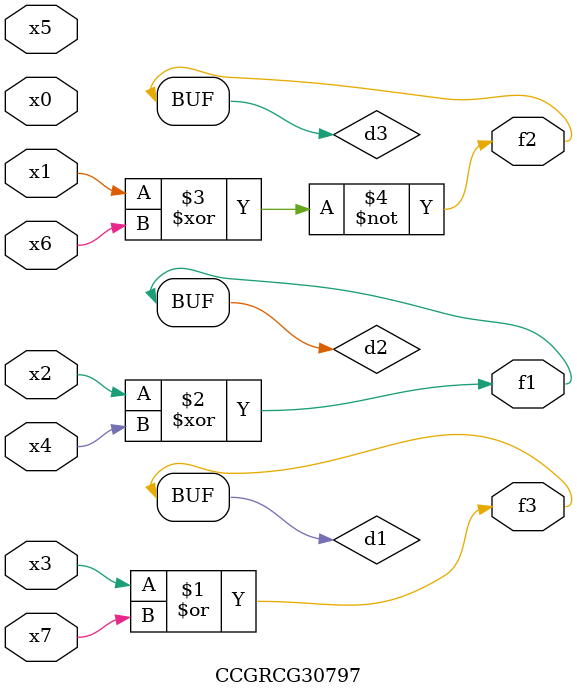
<source format=v>
module CCGRCG30797(
	input x0, x1, x2, x3, x4, x5, x6, x7,
	output f1, f2, f3
);

	wire d1, d2, d3;

	or (d1, x3, x7);
	xor (d2, x2, x4);
	xnor (d3, x1, x6);
	assign f1 = d2;
	assign f2 = d3;
	assign f3 = d1;
endmodule

</source>
